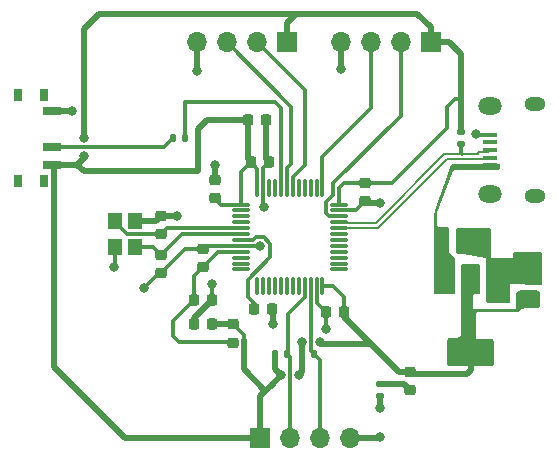
<source format=gbr>
%TF.GenerationSoftware,KiCad,Pcbnew,(6.0.8)*%
%TF.CreationDate,2023-08-22T19:06:44+05:30*%
%TF.ProjectId,stmwork,73746d77-6f72-46b2-9e6b-696361645f70,v1*%
%TF.SameCoordinates,Original*%
%TF.FileFunction,Copper,L1,Top*%
%TF.FilePolarity,Positive*%
%FSLAX46Y46*%
G04 Gerber Fmt 4.6, Leading zero omitted, Abs format (unit mm)*
G04 Created by KiCad (PCBNEW (6.0.8)) date 2023-08-22 19:06:44*
%MOMM*%
%LPD*%
G01*
G04 APERTURE LIST*
G04 Aperture macros list*
%AMRoundRect*
0 Rectangle with rounded corners*
0 $1 Rounding radius*
0 $2 $3 $4 $5 $6 $7 $8 $9 X,Y pos of 4 corners*
0 Add a 4 corners polygon primitive as box body*
4,1,4,$2,$3,$4,$5,$6,$7,$8,$9,$2,$3,0*
0 Add four circle primitives for the rounded corners*
1,1,$1+$1,$2,$3*
1,1,$1+$1,$4,$5*
1,1,$1+$1,$6,$7*
1,1,$1+$1,$8,$9*
0 Add four rect primitives between the rounded corners*
20,1,$1+$1,$2,$3,$4,$5,0*
20,1,$1+$1,$4,$5,$6,$7,0*
20,1,$1+$1,$6,$7,$8,$9,0*
20,1,$1+$1,$8,$9,$2,$3,0*%
G04 Aperture macros list end*
%TA.AperFunction,SMDPad,CuDef*%
%ADD10R,0.800000X1.000000*%
%TD*%
%TA.AperFunction,SMDPad,CuDef*%
%ADD11R,1.500000X0.700000*%
%TD*%
%TA.AperFunction,SMDPad,CuDef*%
%ADD12RoundRect,0.225000X-0.250000X0.225000X-0.250000X-0.225000X0.250000X-0.225000X0.250000X0.225000X0*%
%TD*%
%TA.AperFunction,SMDPad,CuDef*%
%ADD13RoundRect,0.225000X0.250000X-0.225000X0.250000X0.225000X-0.250000X0.225000X-0.250000X-0.225000X0*%
%TD*%
%TA.AperFunction,SMDPad,CuDef*%
%ADD14RoundRect,0.135000X-0.135000X-0.185000X0.135000X-0.185000X0.135000X0.185000X-0.135000X0.185000X0*%
%TD*%
%TA.AperFunction,SMDPad,CuDef*%
%ADD15RoundRect,0.250000X-0.250000X-0.475000X0.250000X-0.475000X0.250000X0.475000X-0.250000X0.475000X0*%
%TD*%
%TA.AperFunction,SMDPad,CuDef*%
%ADD16RoundRect,0.225000X0.225000X0.250000X-0.225000X0.250000X-0.225000X-0.250000X0.225000X-0.250000X0*%
%TD*%
%TA.AperFunction,ComponentPad*%
%ADD17R,1.700000X1.700000*%
%TD*%
%TA.AperFunction,ComponentPad*%
%ADD18O,1.700000X1.700000*%
%TD*%
%TA.AperFunction,SMDPad,CuDef*%
%ADD19RoundRect,0.250000X0.475000X-0.250000X0.475000X0.250000X-0.475000X0.250000X-0.475000X-0.250000X0*%
%TD*%
%TA.AperFunction,SMDPad,CuDef*%
%ADD20RoundRect,0.075000X-0.662500X-0.075000X0.662500X-0.075000X0.662500X0.075000X-0.662500X0.075000X0*%
%TD*%
%TA.AperFunction,SMDPad,CuDef*%
%ADD21RoundRect,0.075000X-0.075000X-0.662500X0.075000X-0.662500X0.075000X0.662500X-0.075000X0.662500X0*%
%TD*%
%TA.AperFunction,SMDPad,CuDef*%
%ADD22R,1.500000X2.000000*%
%TD*%
%TA.AperFunction,SMDPad,CuDef*%
%ADD23R,3.800000X2.000000*%
%TD*%
%TA.AperFunction,SMDPad,CuDef*%
%ADD24RoundRect,0.218750X0.256250X-0.218750X0.256250X0.218750X-0.256250X0.218750X-0.256250X-0.218750X0*%
%TD*%
%TA.AperFunction,SMDPad,CuDef*%
%ADD25RoundRect,0.225000X-0.225000X-0.250000X0.225000X-0.250000X0.225000X0.250000X-0.225000X0.250000X0*%
%TD*%
%TA.AperFunction,SMDPad,CuDef*%
%ADD26RoundRect,0.135000X-0.185000X0.135000X-0.185000X-0.135000X0.185000X-0.135000X0.185000X0.135000X0*%
%TD*%
%TA.AperFunction,SMDPad,CuDef*%
%ADD27R,1.300000X0.450000*%
%TD*%
%TA.AperFunction,ComponentPad*%
%ADD28O,1.800000X1.150000*%
%TD*%
%TA.AperFunction,ComponentPad*%
%ADD29O,2.000000X1.450000*%
%TD*%
%TA.AperFunction,SMDPad,CuDef*%
%ADD30R,1.200000X1.400000*%
%TD*%
%TA.AperFunction,ViaPad*%
%ADD31C,0.800000*%
%TD*%
%TA.AperFunction,Conductor*%
%ADD32C,0.500000*%
%TD*%
%TA.AperFunction,Conductor*%
%ADD33C,0.300000*%
%TD*%
%TA.AperFunction,Conductor*%
%ADD34C,0.200000*%
%TD*%
G04 APERTURE END LIST*
D10*
%TO.P,SW1,*%
%TO.N,*%
X112540000Y-64610000D03*
X110330000Y-64610000D03*
X112540000Y-57310000D03*
X110330000Y-57310000D03*
D11*
%TO.P,SW1,1,A*%
%TO.N,GND*%
X113190000Y-58710000D03*
%TO.P,SW1,2,B*%
%TO.N,Net-(R4-Pad1)*%
X113190000Y-61710000D03*
%TO.P,SW1,3,C*%
%TO.N,+3.3V*%
X113190000Y-63210000D03*
%TD*%
D12*
%TO.P,C8,1*%
%TO.N,+3.3V*%
X139700000Y-64757000D03*
%TO.P,C8,2*%
%TO.N,GND*%
X139700000Y-66307000D03*
%TD*%
D13*
%TO.P,C6,1*%
%TO.N,/HSE_IN*%
X122428000Y-69114000D03*
%TO.P,C6,2*%
%TO.N,GND*%
X122428000Y-67564000D03*
%TD*%
D14*
%TO.P,R2,1*%
%TO.N,+3.3V*%
X132076000Y-79248000D03*
%TO.P,R2,2*%
%TO.N,/I2C2_SCL*%
X133096000Y-79248000D03*
%TD*%
D15*
%TO.P,C1,1*%
%TO.N,VBUS*%
X146182000Y-69850000D03*
%TO.P,C1,2*%
%TO.N,GND*%
X148082000Y-69850000D03*
%TD*%
D14*
%TO.P,R3,1*%
%TO.N,+3.3V*%
X134364000Y-79248000D03*
%TO.P,R3,2*%
%TO.N,/I2C2_SDA*%
X135384000Y-79248000D03*
%TD*%
%TO.P,R4,1*%
%TO.N,Net-(R4-Pad1)*%
X123442000Y-60960000D03*
%TO.P,R4,2*%
%TO.N,/BOOT0*%
X124462000Y-60960000D03*
%TD*%
D16*
%TO.P,C7,1*%
%TO.N,+3.3V*%
X137935000Y-75692000D03*
%TO.P,C7,2*%
%TO.N,GND*%
X136385000Y-75692000D03*
%TD*%
D17*
%TO.P,J2,1,Pin_1*%
%TO.N,+3.3V*%
X133096000Y-52832000D03*
D18*
%TO.P,J2,2,Pin_2*%
%TO.N,/USART1_TX*%
X130556000Y-52832000D03*
%TO.P,J2,3,Pin_3*%
%TO.N,/USART1_RX*%
X128016000Y-52832000D03*
%TO.P,J2,4,Pin_4*%
%TO.N,GND*%
X125476000Y-52832000D03*
%TD*%
D19*
%TO.P,C2,1*%
%TO.N,+3.3V*%
X153543000Y-74483000D03*
%TO.P,C2,2*%
%TO.N,GND*%
X153543000Y-72583000D03*
%TD*%
D12*
%TO.P,C9,1*%
%TO.N,/HSE_OUT*%
X122428000Y-70853000D03*
%TO.P,C9,2*%
%TO.N,GND*%
X122428000Y-72403000D03*
%TD*%
D17*
%TO.P,J4,1,Pin_1*%
%TO.N,+3.3V*%
X145288000Y-52832000D03*
D18*
%TO.P,J4,2,Pin_2*%
%TO.N,/SWDIO*%
X142748000Y-52832000D03*
%TO.P,J4,3,Pin_3*%
%TO.N,/SWCLK*%
X140208000Y-52832000D03*
%TO.P,J4,4,Pin_4*%
%TO.N,GND*%
X137668000Y-52832000D03*
%TD*%
D13*
%TO.P,C5,1*%
%TO.N,+3.3V*%
X127000000Y-66040000D03*
%TO.P,C5,2*%
%TO.N,GND*%
X127000000Y-64490000D03*
%TD*%
D20*
%TO.P,U2,1,VBAT*%
%TO.N,+3.3V*%
X129187500Y-66592000D03*
%TO.P,U2,2,PC13*%
%TO.N,unconnected-(U2-Pad2)*%
X129187500Y-67092000D03*
%TO.P,U2,3,PC14*%
%TO.N,unconnected-(U2-Pad3)*%
X129187500Y-67592000D03*
%TO.P,U2,4,PC15*%
%TO.N,unconnected-(U2-Pad4)*%
X129187500Y-68092000D03*
%TO.P,U2,5,PD0*%
%TO.N,/HSE_IN*%
X129187500Y-68592000D03*
%TO.P,U2,6,PD1*%
%TO.N,/HSE_OUT*%
X129187500Y-69092000D03*
%TO.P,U2,7,NRST*%
%TO.N,Net-(C4-Pad1)*%
X129187500Y-69592000D03*
%TO.P,U2,8,VSSA*%
%TO.N,GND*%
X129187500Y-70092000D03*
%TO.P,U2,9,VDDA*%
%TO.N,+3.3VA*%
X129187500Y-70592000D03*
%TO.P,U2,10,PA0*%
%TO.N,unconnected-(U2-Pad10)*%
X129187500Y-71092000D03*
%TO.P,U2,11,PA1*%
%TO.N,unconnected-(U2-Pad11)*%
X129187500Y-71592000D03*
%TO.P,U2,12,PA2*%
%TO.N,unconnected-(U2-Pad12)*%
X129187500Y-72092000D03*
D21*
%TO.P,U2,13,PA3*%
%TO.N,unconnected-(U2-Pad13)*%
X130600000Y-73504500D03*
%TO.P,U2,14,PA4*%
%TO.N,unconnected-(U2-Pad14)*%
X131100000Y-73504500D03*
%TO.P,U2,15,PA5*%
%TO.N,unconnected-(U2-Pad15)*%
X131600000Y-73504500D03*
%TO.P,U2,16,PA6*%
%TO.N,unconnected-(U2-Pad16)*%
X132100000Y-73504500D03*
%TO.P,U2,17,PA7*%
%TO.N,unconnected-(U2-Pad17)*%
X132600000Y-73504500D03*
%TO.P,U2,18,PB0*%
%TO.N,unconnected-(U2-Pad18)*%
X133100000Y-73504500D03*
%TO.P,U2,19,PB1*%
%TO.N,unconnected-(U2-Pad19)*%
X133600000Y-73504500D03*
%TO.P,U2,20,PB2*%
%TO.N,unconnected-(U2-Pad20)*%
X134100000Y-73504500D03*
%TO.P,U2,21,PB10*%
%TO.N,/I2C2_SCL*%
X134600000Y-73504500D03*
%TO.P,U2,22,PB11*%
%TO.N,/I2C2_SDA*%
X135100000Y-73504500D03*
%TO.P,U2,23,VSS*%
%TO.N,GND*%
X135600000Y-73504500D03*
%TO.P,U2,24,VDD*%
%TO.N,+3.3V*%
X136100000Y-73504500D03*
D20*
%TO.P,U2,25,PB12*%
%TO.N,unconnected-(U2-Pad25)*%
X137512500Y-72092000D03*
%TO.P,U2,26,PB13*%
%TO.N,unconnected-(U2-Pad26)*%
X137512500Y-71592000D03*
%TO.P,U2,27,PB14*%
%TO.N,unconnected-(U2-Pad27)*%
X137512500Y-71092000D03*
%TO.P,U2,28,PB15*%
%TO.N,unconnected-(U2-Pad28)*%
X137512500Y-70592000D03*
%TO.P,U2,29,PA8*%
%TO.N,unconnected-(U2-Pad29)*%
X137512500Y-70092000D03*
%TO.P,U2,30,PA9*%
%TO.N,unconnected-(U2-Pad30)*%
X137512500Y-69592000D03*
%TO.P,U2,31,PA10*%
%TO.N,unconnected-(U2-Pad31)*%
X137512500Y-69092000D03*
%TO.P,U2,32,PA11*%
%TO.N,/USB_D-*%
X137512500Y-68592000D03*
%TO.P,U2,33,PA12*%
%TO.N,/USB_D+*%
X137512500Y-68092000D03*
%TO.P,U2,34,PA13*%
%TO.N,/SWDIO*%
X137512500Y-67592000D03*
%TO.P,U2,35,VSS*%
%TO.N,GND*%
X137512500Y-67092000D03*
%TO.P,U2,36,VDD*%
%TO.N,+3.3V*%
X137512500Y-66592000D03*
D21*
%TO.P,U2,37,PA14*%
%TO.N,/SWCLK*%
X136100000Y-65179500D03*
%TO.P,U2,38,PA15*%
%TO.N,unconnected-(U2-Pad38)*%
X135600000Y-65179500D03*
%TO.P,U2,39,PB3*%
%TO.N,unconnected-(U2-Pad39)*%
X135100000Y-65179500D03*
%TO.P,U2,40,PB4*%
%TO.N,unconnected-(U2-Pad40)*%
X134600000Y-65179500D03*
%TO.P,U2,41,PB5*%
%TO.N,unconnected-(U2-Pad41)*%
X134100000Y-65179500D03*
%TO.P,U2,42,PB6*%
%TO.N,/USART1_TX*%
X133600000Y-65179500D03*
%TO.P,U2,43,PB7*%
%TO.N,/USART1_RX*%
X133100000Y-65179500D03*
%TO.P,U2,44,BOOT0*%
%TO.N,/BOOT0*%
X132600000Y-65179500D03*
%TO.P,U2,45,PB8*%
%TO.N,unconnected-(U2-Pad45)*%
X132100000Y-65179500D03*
%TO.P,U2,46,PB9*%
%TO.N,unconnected-(U2-Pad46)*%
X131600000Y-65179500D03*
%TO.P,U2,47,VSS*%
%TO.N,GND*%
X131100000Y-65179500D03*
%TO.P,U2,48,VDD*%
%TO.N,+3.3V*%
X130600000Y-65179500D03*
%TD*%
D13*
%TO.P,C11,1*%
%TO.N,+3.3VA*%
X125984000Y-71895000D03*
%TO.P,C11,2*%
%TO.N,GND*%
X125984000Y-70345000D03*
%TD*%
D22*
%TO.P,U1,1,GND*%
%TO.N,GND*%
X150956000Y-72796000D03*
%TO.P,U1,2,VO*%
%TO.N,+3.3V*%
X148656000Y-72796000D03*
D23*
X148656000Y-79096000D03*
D22*
%TO.P,U1,3,VI*%
%TO.N,VBUS*%
X146356000Y-72796000D03*
%TD*%
D17*
%TO.P,J1,1,Pin_1*%
%TO.N,+3.3V*%
X130820000Y-86360000D03*
D18*
%TO.P,J1,2,Pin_2*%
%TO.N,/I2C2_SCL*%
X133360000Y-86360000D03*
%TO.P,J1,3,Pin_3*%
%TO.N,/I2C2_SDA*%
X135900000Y-86360000D03*
%TO.P,J1,4,Pin_4*%
%TO.N,GND*%
X138440000Y-86360000D03*
%TD*%
D24*
%TO.P,D1,1,K*%
%TO.N,/Power indicator*%
X143510000Y-82321500D03*
%TO.P,D1,2,A*%
%TO.N,+3.3V*%
X143510000Y-80746500D03*
%TD*%
D25*
%TO.P,C3,1*%
%TO.N,+3.3V*%
X129781000Y-59436000D03*
%TO.P,C3,2*%
%TO.N,GND*%
X131331000Y-59436000D03*
%TD*%
D26*
%TO.P,R1,1*%
%TO.N,/Power indicator*%
X140970000Y-81786000D03*
%TO.P,R1,2*%
%TO.N,GND*%
X140970000Y-82806000D03*
%TD*%
D27*
%TO.P,J3,1,VBUS*%
%TO.N,VBUS*%
X150253000Y-63281000D03*
%TO.P,J3,2,D-*%
%TO.N,/USB_D-*%
X150253000Y-62631000D03*
%TO.P,J3,3,D+*%
%TO.N,/USB_D+*%
X150253000Y-61981000D03*
%TO.P,J3,4,ID*%
%TO.N,unconnected-(J3-Pad4)*%
X150253000Y-61331000D03*
%TO.P,J3,5,GND*%
%TO.N,GND*%
X150253000Y-60681000D03*
D28*
%TO.P,J3,4,Shield*%
%TO.N,N/C*%
X154103000Y-65856000D03*
%TO.P,J3,1,Shield*%
X154103000Y-58106000D03*
D29*
%TO.P,J3,2,Shield*%
X150303000Y-58256000D03*
%TO.P,J3,3,Shield*%
X150303000Y-65706000D03*
%TD*%
D25*
%TO.P,C10,1*%
%TO.N,+3.3V*%
X130048000Y-62992000D03*
%TO.P,C10,2*%
%TO.N,GND*%
X131598000Y-62992000D03*
%TD*%
%TO.P,C4,1*%
%TO.N,Net-(C4-Pad1)*%
X130276000Y-75438000D03*
%TO.P,C4,2*%
%TO.N,GND*%
X131826000Y-75438000D03*
%TD*%
D26*
%TO.P,R5,1*%
%TO.N,+3.3V*%
X147828000Y-60450000D03*
%TO.P,R5,2*%
%TO.N,/USB_D+*%
X147828000Y-61470000D03*
%TD*%
D16*
%TO.P,C13,1*%
%TO.N,+3.3V*%
X126759000Y-76708000D03*
%TO.P,C13,2*%
%TO.N,GND*%
X125209000Y-76708000D03*
%TD*%
D30*
%TO.P,Y1,1,1*%
%TO.N,/HSE_IN*%
X118530000Y-67988000D03*
%TO.P,Y1,2,2*%
%TO.N,GND*%
X118530000Y-70188000D03*
%TO.P,Y1,3,3*%
%TO.N,/HSE_OUT*%
X120230000Y-70188000D03*
%TO.P,Y1,4,4*%
%TO.N,GND*%
X120230000Y-67988000D03*
%TD*%
D16*
%TO.P,C12,1*%
%TO.N,GND*%
X126759000Y-74676000D03*
%TO.P,C12,2*%
%TO.N,+3.3VA*%
X125209000Y-74676000D03*
%TD*%
D24*
%TO.P,FB1,1*%
%TO.N,+3.3VA*%
X128524000Y-78283000D03*
%TO.P,FB1,2*%
%TO.N,+3.3V*%
X128524000Y-76708000D03*
%TD*%
D31*
%TO.N,GND*%
X127000000Y-63246000D03*
X140970000Y-83820000D03*
X140970000Y-86233000D03*
X125476000Y-55245000D03*
X137668000Y-55118000D03*
X149098000Y-60579000D03*
X140970000Y-66421000D03*
X136398000Y-77089000D03*
%TO.N,+3.3V*%
X115951000Y-60960000D03*
X115951000Y-62484000D03*
X134112000Y-81026000D03*
X132610500Y-81026000D03*
X134350500Y-78232000D03*
X135890000Y-78232000D03*
%TO.N,GND*%
X149511091Y-70210704D03*
X149479000Y-69215000D03*
X153162000Y-71247000D03*
X154178000Y-71247000D03*
X150495000Y-74422000D03*
X151511000Y-74422000D03*
X118491000Y-71882000D03*
X123825000Y-67564000D03*
X121031000Y-73660000D03*
X126746000Y-73279000D03*
X131953000Y-76708000D03*
X131191000Y-66802000D03*
X130810000Y-70104000D03*
X114935000Y-58674000D03*
%TD*%
D32*
%TO.N,GND*%
X125209000Y-76226000D02*
X126759000Y-74676000D01*
X125209000Y-76708000D02*
X125209000Y-76226000D01*
D33*
%TO.N,+3.3V*%
X129449000Y-77633000D02*
X129449000Y-78069000D01*
X128524000Y-76708000D02*
X129449000Y-77633000D01*
D32*
X126759000Y-76708000D02*
X128524000Y-76708000D01*
D33*
%TO.N,GND*%
X126746000Y-74663000D02*
X126759000Y-74676000D01*
X126746000Y-73279000D02*
X126746000Y-74663000D01*
D32*
X127000000Y-64490000D02*
X127000000Y-63246000D01*
%TO.N,+3.3V*%
X129449000Y-80554000D02*
X129449000Y-78069000D01*
D33*
%TO.N,/USB_D+*%
X147828000Y-62230000D02*
X147904019Y-62306019D01*
X147828000Y-61470000D02*
X147828000Y-62230000D01*
D34*
X147904019Y-62306019D02*
X149303000Y-62306019D01*
X146434428Y-62306019D02*
X147904019Y-62306019D01*
D32*
%TO.N,+3.3V*%
X147828000Y-60450000D02*
X147828000Y-57658000D01*
D33*
%TO.N,GND*%
X136385000Y-75692000D02*
X136385000Y-77076000D01*
X136385000Y-77076000D02*
X136398000Y-77089000D01*
D32*
%TO.N,+3.3V*%
X130820000Y-86360000D02*
X119380000Y-86360000D01*
%TO.N,GND*%
X140970000Y-82806000D02*
X140970000Y-83820000D01*
X140843000Y-86360000D02*
X140970000Y-86233000D01*
X138440000Y-86360000D02*
X140843000Y-86360000D01*
X125476000Y-52832000D02*
X125476000Y-55245000D01*
X137668000Y-52832000D02*
X137668000Y-55118000D01*
D33*
%TO.N,/SWCLK*%
X140208000Y-58420000D02*
X140208000Y-52832000D01*
X136100000Y-62528000D02*
X140208000Y-58420000D01*
X136100000Y-65179500D02*
X136100000Y-62528000D01*
%TO.N,GND*%
X149200000Y-60681000D02*
X149098000Y-60579000D01*
X150253000Y-60681000D02*
X149200000Y-60681000D01*
D32*
X139814000Y-66421000D02*
X139700000Y-66307000D01*
X140970000Y-66421000D02*
X139814000Y-66421000D01*
X131953000Y-75565000D02*
X131826000Y-75438000D01*
X131953000Y-76708000D02*
X131953000Y-75565000D01*
X123825000Y-67564000D02*
X122428000Y-67564000D01*
X122004000Y-67988000D02*
X122428000Y-67564000D01*
X120230000Y-67988000D02*
X122004000Y-67988000D01*
D33*
X122428000Y-72403000D02*
X122288000Y-72403000D01*
X122288000Y-72403000D02*
X121031000Y-73660000D01*
X118530000Y-71843000D02*
X118491000Y-71882000D01*
X118530000Y-70188000D02*
X118530000Y-71843000D01*
%TO.N,+3.3V*%
X141999000Y-64757000D02*
X146685000Y-60071000D01*
X147320000Y-57658000D02*
X147828000Y-57658000D01*
X139700000Y-64757000D02*
X141999000Y-64757000D01*
X146685000Y-60071000D02*
X146685000Y-58293000D01*
X146685000Y-58293000D02*
X147320000Y-57658000D01*
D32*
X147828000Y-53848000D02*
X147828000Y-57658000D01*
X145288000Y-52832000D02*
X146812000Y-52832000D01*
X146812000Y-52832000D02*
X147828000Y-53848000D01*
X145288000Y-51562000D02*
X144145000Y-50419000D01*
X145288000Y-52832000D02*
X145288000Y-51562000D01*
D33*
X129187500Y-63852500D02*
X129187500Y-66592000D01*
X130048000Y-62992000D02*
X129187500Y-63852500D01*
D32*
X115896000Y-63754000D02*
X115352000Y-63210000D01*
X125603000Y-63754000D02*
X115896000Y-63754000D01*
X125603000Y-60198000D02*
X125603000Y-63754000D01*
X126365000Y-59436000D02*
X125603000Y-60198000D01*
X129781000Y-59436000D02*
X126365000Y-59436000D01*
X144145000Y-50419000D02*
X133858000Y-50419000D01*
X133096000Y-51181000D02*
X133858000Y-50419000D01*
X133096000Y-52832000D02*
X133096000Y-51181000D01*
X117221000Y-50419000D02*
X133858000Y-50419000D01*
X115951000Y-51689000D02*
X117221000Y-50419000D01*
X115951000Y-60960000D02*
X115951000Y-51689000D01*
X115951000Y-62611000D02*
X115951000Y-62484000D01*
X115443000Y-63119000D02*
X115951000Y-62611000D01*
X115352000Y-63210000D02*
X115443000Y-63119000D01*
X113190000Y-63210000D02*
X115352000Y-63210000D01*
X119380000Y-86360000D02*
X113390000Y-80370000D01*
X113390000Y-80370000D02*
X113390000Y-63410000D01*
X113390000Y-63410000D02*
X113190000Y-63210000D01*
X131265750Y-82370750D02*
X131710250Y-81926250D01*
X131265750Y-82370750D02*
X129449000Y-80554000D01*
X130820000Y-82816500D02*
X131265750Y-82370750D01*
X131710250Y-81926250D02*
X132610500Y-81026000D01*
X130820000Y-86360000D02*
X130820000Y-82816500D01*
X132076000Y-80491500D02*
X132610500Y-81026000D01*
X132076000Y-79248000D02*
X132076000Y-80491500D01*
X134366000Y-80772000D02*
X134112000Y-81026000D01*
X134364000Y-80643000D02*
X134366000Y-80645000D01*
X134366000Y-80645000D02*
X134366000Y-80772000D01*
X134364000Y-79248000D02*
X134364000Y-80643000D01*
X134364000Y-78245500D02*
X134350500Y-78232000D01*
X134364000Y-79248000D02*
X134364000Y-78245500D01*
X136017000Y-78359000D02*
X135890000Y-78232000D01*
X140208000Y-78359000D02*
X137935000Y-76086000D01*
X142595500Y-80746500D02*
X140208000Y-78359000D01*
X140208000Y-78359000D02*
X136017000Y-78359000D01*
X143510000Y-80746500D02*
X142595500Y-80746500D01*
X137935000Y-76086000D02*
X137935000Y-75692000D01*
X143662500Y-80899000D02*
X143510000Y-80746500D01*
X148656000Y-80579000D02*
X148336000Y-80899000D01*
X148656000Y-79096000D02*
X148656000Y-80579000D01*
X148336000Y-80899000D02*
X143662500Y-80899000D01*
D33*
%TO.N,Net-(C4-Pad1)*%
X130276000Y-74904000D02*
X129794000Y-74422000D01*
X130276000Y-75438000D02*
X130276000Y-74904000D01*
X129794000Y-72971959D02*
X129794000Y-74422000D01*
X131701041Y-71064918D02*
X129794000Y-72971959D01*
X131701041Y-69934380D02*
X131701041Y-71064918D01*
X131120661Y-69354000D02*
X131701041Y-69934380D01*
X130261339Y-69592000D02*
X130499339Y-69354000D01*
X130499339Y-69354000D02*
X131120661Y-69354000D01*
X129187500Y-69592000D02*
X130261339Y-69592000D01*
D32*
%TO.N,/Power indicator*%
X143510000Y-82321500D02*
X142974500Y-81786000D01*
X142974500Y-81786000D02*
X140970000Y-81786000D01*
D33*
%TO.N,GND*%
X131100000Y-66711000D02*
X131191000Y-66802000D01*
X131100000Y-65179500D02*
X131100000Y-66711000D01*
X130798000Y-70092000D02*
X130810000Y-70104000D01*
X129187500Y-70092000D02*
X130798000Y-70092000D01*
D32*
X114899000Y-58710000D02*
X114935000Y-58674000D01*
X113190000Y-58710000D02*
X114899000Y-58710000D01*
D33*
%TO.N,/I2C2_SDA*%
X135900000Y-79764000D02*
X135900000Y-86360000D01*
X135384000Y-79248000D02*
X135900000Y-79764000D01*
X135100000Y-78964000D02*
X135384000Y-79248000D01*
X135100000Y-73504500D02*
X135100000Y-78964000D01*
%TO.N,/I2C2_SCL*%
X133360000Y-79512000D02*
X133360000Y-86360000D01*
X133096000Y-79248000D02*
X133360000Y-79512000D01*
X133223000Y-79121000D02*
X133096000Y-79248000D01*
X133223000Y-75819000D02*
X133223000Y-79121000D01*
X134600000Y-73504500D02*
X134600000Y-74442000D01*
X134600000Y-74442000D02*
X133223000Y-75819000D01*
%TO.N,/BOOT0*%
X132600000Y-65179500D02*
X132600000Y-58432000D01*
%TO.N,/USART1_RX*%
X133477000Y-58293000D02*
X128016000Y-52832000D01*
X133477000Y-63119000D02*
X133477000Y-58293000D01*
X133100000Y-63496000D02*
X133477000Y-63119000D01*
X133100000Y-65179500D02*
X133100000Y-63496000D01*
%TO.N,/USART1_TX*%
X134620000Y-56896000D02*
X130556000Y-52832000D01*
X134620000Y-63246000D02*
X134620000Y-56896000D01*
X133600000Y-64266000D02*
X134620000Y-63246000D01*
X133600000Y-65179500D02*
X133600000Y-64266000D01*
%TO.N,/BOOT0*%
X124460000Y-57912000D02*
X132080000Y-57912000D01*
X132080000Y-57912000D02*
X132600000Y-58432000D01*
X124460000Y-60958000D02*
X124460000Y-57912000D01*
X124462000Y-60960000D02*
X124460000Y-60958000D01*
%TO.N,Net-(R4-Pad1)*%
X123442000Y-60960000D02*
X122692000Y-61710000D01*
X122692000Y-61710000D02*
X113190000Y-61710000D01*
%TO.N,/SWDIO*%
X142748000Y-59055000D02*
X142748000Y-52832000D01*
X136425000Y-67343041D02*
X136425000Y-66340959D01*
X136425000Y-66340959D02*
X137012500Y-65753459D01*
X137012500Y-65753459D02*
X137012500Y-64790500D01*
X137512500Y-67592000D02*
X136673959Y-67592000D01*
X136673959Y-67592000D02*
X136425000Y-67343041D01*
X137012500Y-64790500D02*
X142748000Y-59055000D01*
D34*
%TO.N,/USB_D-*%
X150239397Y-62631000D02*
X150253000Y-62631000D01*
X150114397Y-62756000D02*
X150239397Y-62631000D01*
X146620817Y-62756000D02*
X150114397Y-62756000D01*
X140809816Y-68567001D02*
X146620817Y-62756000D01*
X137537499Y-68567001D02*
X140809816Y-68567001D01*
X137512500Y-68592000D02*
X137537499Y-68567001D01*
%TO.N,/USB_D+*%
X149303000Y-62106000D02*
X150128000Y-62106000D01*
X150128000Y-62106000D02*
X150253000Y-61981000D01*
X140623448Y-68116999D02*
X146434428Y-62306019D01*
X137537499Y-68116999D02*
X140623448Y-68116999D01*
X149303000Y-62306019D02*
X149303000Y-62106000D01*
X137512500Y-68092000D02*
X137537499Y-68116999D01*
D33*
%TO.N,GND*%
X124486000Y-70345000D02*
X122428000Y-72403000D01*
X125984000Y-70345000D02*
X124486000Y-70345000D01*
%TO.N,+3.3VA*%
X123444000Y-77724000D02*
X123444000Y-76441000D01*
X123952000Y-78232000D02*
X123444000Y-77724000D01*
X128524000Y-78232000D02*
X123952000Y-78232000D01*
X123444000Y-76441000D02*
X125209000Y-74676000D01*
X125209000Y-72670000D02*
X125984000Y-71895000D01*
X125209000Y-74676000D02*
X125209000Y-72670000D01*
%TO.N,GND*%
X126237000Y-70092000D02*
X125984000Y-70345000D01*
X129187500Y-70092000D02*
X126237000Y-70092000D01*
%TO.N,+3.3VA*%
X127287000Y-70592000D02*
X125984000Y-71895000D01*
X129187500Y-70592000D02*
X127287000Y-70592000D01*
%TO.N,/HSE_IN*%
X118530000Y-68088000D02*
X118530000Y-67988000D01*
X119556000Y-69114000D02*
X118530000Y-68088000D01*
X122428000Y-69114000D02*
X119556000Y-69114000D01*
%TO.N,GND*%
X135600000Y-74907000D02*
X136385000Y-75692000D01*
D32*
X131331000Y-62725000D02*
X131598000Y-62992000D01*
D33*
X135600000Y-73504500D02*
X135600000Y-74907000D01*
X137512500Y-67092000D02*
X138915000Y-67092000D01*
D32*
X131331000Y-59436000D02*
X131331000Y-62725000D01*
D33*
X131100000Y-63490000D02*
X131598000Y-62992000D01*
X138915000Y-67092000D02*
X139700000Y-66307000D01*
X131100000Y-65179500D02*
X131100000Y-63490000D01*
%TO.N,+3.3V*%
X129187500Y-66592000D02*
X127552000Y-66592000D01*
X137512500Y-65179500D02*
X137935000Y-64757000D01*
X137935000Y-74435000D02*
X137935000Y-75692000D01*
X137935000Y-64757000D02*
X139700000Y-64757000D01*
X137004500Y-73504500D02*
X137935000Y-74435000D01*
D32*
X129781000Y-62725000D02*
X130048000Y-62992000D01*
X129781000Y-59436000D02*
X129781000Y-62725000D01*
D33*
X136100000Y-73504500D02*
X137004500Y-73504500D01*
X130600000Y-65179500D02*
X130600000Y-63544000D01*
X137512500Y-66592000D02*
X137512500Y-65179500D01*
X127552000Y-66592000D02*
X127000000Y-66040000D01*
X130600000Y-63544000D02*
X130048000Y-62992000D01*
%TO.N,/HSE_IN*%
X122950000Y-68592000D02*
X129187500Y-68592000D01*
X122428000Y-69114000D02*
X122950000Y-68592000D01*
%TO.N,/HSE_OUT*%
X121763000Y-70188000D02*
X122428000Y-70853000D01*
X120230000Y-70188000D02*
X121763000Y-70188000D01*
X124189000Y-69092000D02*
X129187500Y-69092000D01*
X122428000Y-70853000D02*
X124189000Y-69092000D01*
%TD*%
%TA.AperFunction,Conductor*%
%TO.N,GND*%
G36*
X150311039Y-68599685D02*
G01*
X150356794Y-68652489D01*
X150368000Y-68704000D01*
X150368000Y-71120000D01*
X152273000Y-71120000D01*
X152273000Y-70736000D01*
X152292685Y-70668961D01*
X152345489Y-70623206D01*
X152397000Y-70612000D01*
X154562000Y-70612000D01*
X154629039Y-70631685D01*
X154674794Y-70684489D01*
X154686000Y-70736000D01*
X154686000Y-73275954D01*
X154666315Y-73342993D01*
X154613511Y-73388748D01*
X154556102Y-73399814D01*
X152036808Y-73279848D01*
X152019000Y-73279000D01*
X152019000Y-74806000D01*
X151999315Y-74873039D01*
X151946511Y-74918794D01*
X151895000Y-74930000D01*
X150111000Y-74930000D01*
X150043961Y-74910315D01*
X149998206Y-74857511D01*
X149987000Y-74806000D01*
X149987000Y-71120000D01*
X149977724Y-71118609D01*
X149977723Y-71118608D01*
X147993536Y-70820980D01*
X147552606Y-70754841D01*
X147489228Y-70725430D01*
X147451812Y-70666423D01*
X147447000Y-70632213D01*
X147447000Y-68704000D01*
X147466685Y-68636961D01*
X147519489Y-68591206D01*
X147571000Y-68580000D01*
X150244000Y-68580000D01*
X150311039Y-68599685D01*
G37*
%TD.AperFunction*%
%TD*%
%TA.AperFunction,Conductor*%
%TO.N,VBUS*%
G36*
X151042996Y-63153350D02*
G01*
X151101109Y-63192140D01*
X151129026Y-63256190D01*
X151130000Y-63271703D01*
X151130000Y-63503000D01*
X151110315Y-63570039D01*
X151057511Y-63615794D01*
X151006000Y-63627000D01*
X147320000Y-63627000D01*
X147193000Y-63754000D01*
X147188328Y-63766147D01*
X145925148Y-67050414D01*
X145920322Y-67061355D01*
X145829064Y-67243871D01*
X145788708Y-67287256D01*
X145796000Y-67315345D01*
X145796000Y-68326000D01*
X145923000Y-68453000D01*
X146633638Y-68453000D01*
X146700677Y-68472685D01*
X146721319Y-68489319D01*
X146775681Y-68543681D01*
X146809166Y-68605004D01*
X146812000Y-68631362D01*
X146812000Y-70612000D01*
X147283681Y-71083681D01*
X147317166Y-71145004D01*
X147320000Y-71171362D01*
X147320000Y-73989638D01*
X147300315Y-74056677D01*
X147283681Y-74077319D01*
X147229319Y-74131681D01*
X147167996Y-74165166D01*
X147141638Y-74168000D01*
X145720362Y-74168000D01*
X145653323Y-74148315D01*
X145632681Y-74131681D01*
X145578319Y-74077319D01*
X145544834Y-74015996D01*
X145542000Y-73989638D01*
X145542000Y-67331845D01*
X145549466Y-67289469D01*
X145555466Y-67272969D01*
X145596875Y-67216693D01*
X145601354Y-67214980D01*
X145596115Y-67166455D01*
X145601621Y-67146041D01*
X145634364Y-67056000D01*
X146830674Y-63766147D01*
X147022683Y-63238124D01*
X147064092Y-63181848D01*
X147129354Y-63156893D01*
X147139217Y-63156500D01*
X150947646Y-63156500D01*
X150951300Y-63156065D01*
X150951302Y-63156065D01*
X150964605Y-63154482D01*
X150964607Y-63154482D01*
X150973846Y-63153382D01*
X150976517Y-63152196D01*
X151042996Y-63153350D01*
G37*
%TD.AperFunction*%
%TD*%
%TA.AperFunction,Conductor*%
%TO.N,+3.3V*%
G36*
X149367748Y-71647685D02*
G01*
X149388300Y-71664229D01*
X149442496Y-71718318D01*
X149476039Y-71779605D01*
X149478899Y-71806326D01*
X149474518Y-74040751D01*
X149474518Y-74044000D01*
X149454833Y-74111039D01*
X149402029Y-74156794D01*
X149350518Y-74168000D01*
X148966518Y-74168000D01*
X148839518Y-74295000D01*
X148839518Y-75311000D01*
X148966518Y-75438000D01*
X152395518Y-75438000D01*
X152522518Y-75311000D01*
X152522518Y-74092362D01*
X152542203Y-74025323D01*
X152558837Y-74004681D01*
X152635289Y-73928229D01*
X152667516Y-73905001D01*
X152877336Y-73800091D01*
X152932790Y-73787000D01*
X154144246Y-73787000D01*
X154199700Y-73800091D01*
X154409520Y-73905001D01*
X154441747Y-73928229D01*
X154518199Y-74004681D01*
X154551684Y-74066004D01*
X154554518Y-74092362D01*
X154554518Y-75132638D01*
X154534833Y-75199677D01*
X154518199Y-75220319D01*
X154463837Y-75274681D01*
X154402514Y-75308166D01*
X154376156Y-75311000D01*
X153157518Y-75311000D01*
X153066837Y-75401681D01*
X153005514Y-75435166D01*
X152979156Y-75438000D01*
X152903518Y-75438000D01*
X152685837Y-75655681D01*
X152624514Y-75689166D01*
X152598156Y-75692000D01*
X149220518Y-75692000D01*
X149093518Y-75819000D01*
X149093518Y-77851000D01*
X149220518Y-77978000D01*
X150439156Y-77978000D01*
X150506195Y-77997685D01*
X150526837Y-78014319D01*
X150581199Y-78068681D01*
X150614684Y-78130004D01*
X150617518Y-78156362D01*
X150617518Y-80085638D01*
X150597833Y-80152677D01*
X150581199Y-80173319D01*
X150526837Y-80227681D01*
X150465514Y-80261166D01*
X150439156Y-80264000D01*
X146858880Y-80264000D01*
X146791841Y-80244315D01*
X146771199Y-80227681D01*
X146716837Y-80173319D01*
X146683352Y-80111996D01*
X146680518Y-80085638D01*
X146680518Y-78029362D01*
X146700203Y-77962323D01*
X146716837Y-77941681D01*
X146771199Y-77887319D01*
X146832522Y-77853834D01*
X146858880Y-77851000D01*
X147442518Y-77851000D01*
X147629302Y-77788739D01*
X147806605Y-77729638D01*
X147806606Y-77729637D01*
X147823518Y-77724000D01*
X147823518Y-71752000D01*
X147843203Y-71684961D01*
X147896007Y-71639206D01*
X147947518Y-71628000D01*
X149300709Y-71628000D01*
X149367748Y-71647685D01*
G37*
%TD.AperFunction*%
%TD*%
M02*

</source>
